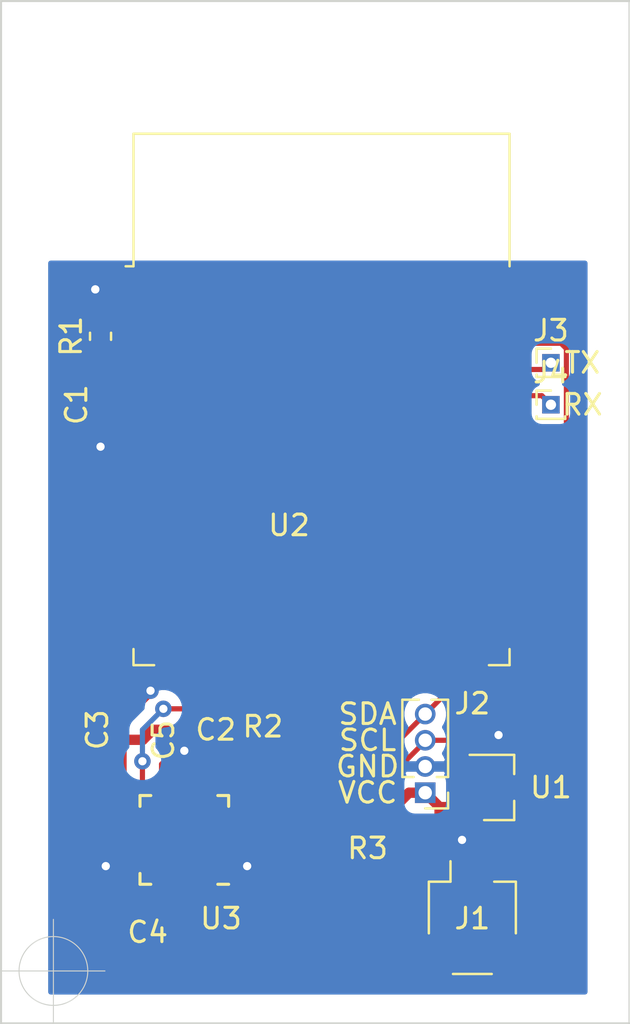
<source format=kicad_pcb>
(kicad_pcb (version 20171130) (host pcbnew "(5.1.5)-3")

  (general
    (thickness 1.6)
    (drawings 11)
    (tracks 133)
    (zones 0)
    (modules 15)
    (nets 13)
  )

  (page A4)
  (layers
    (0 F.Cu signal)
    (31 B.Cu signal)
    (32 B.Adhes user hide)
    (33 F.Adhes user hide)
    (34 B.Paste user)
    (35 F.Paste user)
    (36 B.SilkS user)
    (37 F.SilkS user)
    (38 B.Mask user)
    (39 F.Mask user)
    (40 Dwgs.User user)
    (41 Cmts.User user)
    (42 Eco1.User user hide)
    (43 Eco2.User user hide)
    (44 Edge.Cuts user)
    (45 Margin user)
    (46 B.CrtYd user)
    (47 F.CrtYd user)
    (48 B.Fab user)
    (49 F.Fab user hide)
  )

  (setup
    (last_trace_width 0.25)
    (user_trace_width 0.25)
    (user_trace_width 0.5)
    (trace_clearance 0.2)
    (zone_clearance 0.508)
    (zone_45_only no)
    (trace_min 0.2)
    (via_size 0.8)
    (via_drill 0.4)
    (via_min_size 0.4)
    (via_min_drill 0.3)
    (uvia_size 0.3)
    (uvia_drill 0.1)
    (uvias_allowed no)
    (uvia_min_size 0.2)
    (uvia_min_drill 0.1)
    (edge_width 0.05)
    (segment_width 0.2)
    (pcb_text_width 0.3)
    (pcb_text_size 1.5 1.5)
    (mod_edge_width 0.12)
    (mod_text_size 1 1)
    (mod_text_width 0.15)
    (pad_size 2 0.9)
    (pad_drill 0)
    (pad_to_mask_clearance 0.051)
    (solder_mask_min_width 0.25)
    (aux_axis_origin 0 0)
    (visible_elements 7FFFFFFF)
    (pcbplotparams
      (layerselection 0x010fc_ffffffff)
      (usegerberextensions false)
      (usegerberattributes false)
      (usegerberadvancedattributes false)
      (creategerberjobfile false)
      (excludeedgelayer true)
      (linewidth 0.100000)
      (plotframeref false)
      (viasonmask false)
      (mode 1)
      (useauxorigin false)
      (hpglpennumber 1)
      (hpglpenspeed 20)
      (hpglpendiameter 15.000000)
      (psnegative false)
      (psa4output false)
      (plotreference true)
      (plotvalue true)
      (plotinvisibletext false)
      (padsonsilk false)
      (subtractmaskfromsilk false)
      (outputformat 1)
      (mirror false)
      (drillshape 0)
      (scaleselection 1)
      (outputdirectory "./"))
  )

  (net 0 "")
  (net 1 GND)
  (net 2 +BATT)
  (net 3 "Net-(C1-Pad2)")
  (net 4 I2C-SCL)
  (net 5 I2C-SDA)
  (net 6 MPU-6050-INT)
  (net 7 VCC-3.3V)
  (net 8 "Net-(C2-Pad1)")
  (net 9 "Net-(C4-Pad1)")
  (net 10 "Net-(C5-Pad2)")
  (net 11 "Net-(J3-Pad1)")
  (net 12 "Net-(J4-Pad1)")

  (net_class Default "This is the default net class."
    (clearance 0.2)
    (trace_width 0.25)
    (via_dia 0.8)
    (via_drill 0.4)
    (uvia_dia 0.3)
    (uvia_drill 0.1)
    (add_net I2C-SCL)
    (add_net I2C-SDA)
    (add_net MPU-6050-INT)
    (add_net "Net-(C1-Pad2)")
    (add_net "Net-(C2-Pad1)")
    (add_net "Net-(C4-Pad1)")
    (add_net "Net-(C5-Pad2)")
    (add_net "Net-(J3-Pad1)")
    (add_net "Net-(J4-Pad1)")
  )

  (net_class Power ""
    (clearance 0.2)
    (trace_width 0.5)
    (via_dia 0.8)
    (via_drill 0.4)
    (uvia_dia 0.3)
    (uvia_drill 0.1)
    (add_net +BATT)
    (add_net GND)
    (add_net VCC-3.3V)
  )

  (module Connector_PinHeader_1.00mm:PinHeader_1x01_P1.00mm_Vertical (layer F.Cu) (tedit 59FED738) (tstamp 5EDAB22F)
    (at 91.44 61.468)
    (descr "Through hole straight pin header, 1x01, 1.00mm pitch, single row")
    (tags "Through hole pin header THT 1x01 1.00mm single row")
    (path /5EDD12E1)
    (fp_text reference J4 (at 0 -1.56) (layer F.SilkS)
      (effects (font (size 1 1) (thickness 0.15)))
    )
    (fp_text value Conn_01x01 (at 0 1.56) (layer F.Fab)
      (effects (font (size 1 1) (thickness 0.15)))
    )
    (fp_text user %R (at 0 0 90) (layer F.Fab)
      (effects (font (size 0.76 0.76) (thickness 0.114)))
    )
    (fp_line (start -0.3175 -0.5) (end 0.635 -0.5) (layer F.Fab) (width 0.1))
    (fp_line (start 0.635 -0.5) (end 0.635 0.5) (layer F.Fab) (width 0.1))
    (fp_line (start 0.635 0.5) (end -0.635 0.5) (layer F.Fab) (width 0.1))
    (fp_line (start -0.635 0.5) (end -0.635 -0.1825) (layer F.Fab) (width 0.1))
    (fp_line (start -0.635 -0.1825) (end -0.3175 -0.5) (layer F.Fab) (width 0.1))
    (fp_line (start -0.695 0.685) (end 0.695 0.685) (layer F.SilkS) (width 0.12))
    (fp_line (start -0.695 0.685) (end -0.695 0.56) (layer F.SilkS) (width 0.12))
    (fp_line (start 0.695 0.685) (end 0.695 0.56) (layer F.SilkS) (width 0.12))
    (fp_line (start -0.695 0.685) (end -0.608276 0.685) (layer F.SilkS) (width 0.12))
    (fp_line (start 0.608276 0.685) (end 0.695 0.685) (layer F.SilkS) (width 0.12))
    (fp_line (start -0.695 0) (end -0.695 -0.685) (layer F.SilkS) (width 0.12))
    (fp_line (start -0.695 -0.685) (end 0 -0.685) (layer F.SilkS) (width 0.12))
    (fp_line (start -1.15 -1) (end -1.15 1) (layer F.CrtYd) (width 0.05))
    (fp_line (start -1.15 1) (end 1.15 1) (layer F.CrtYd) (width 0.05))
    (fp_line (start 1.15 1) (end 1.15 -1) (layer F.CrtYd) (width 0.05))
    (fp_line (start 1.15 -1) (end -1.15 -1) (layer F.CrtYd) (width 0.05))
    (pad 1 thru_hole rect (at 0 0) (size 0.85 0.85) (drill 0.5) (layers *.Cu *.Mask)
      (net 12 "Net-(J4-Pad1)"))
    (model ${KISYS3DMOD}/Connector_PinHeader_1.00mm.3dshapes/PinHeader_1x01_P1.00mm_Vertical.wrl
      (at (xyz 0 0 0))
      (scale (xyz 1 1 1))
      (rotate (xyz 0 0 0))
    )
  )

  (module Connector_PinHeader_1.00mm:PinHeader_1x01_P1.00mm_Vertical (layer F.Cu) (tedit 59FED738) (tstamp 5EDAB219)
    (at 91.44 59.436)
    (descr "Through hole straight pin header, 1x01, 1.00mm pitch, single row")
    (tags "Through hole pin header THT 1x01 1.00mm single row")
    (path /5EDD0851)
    (fp_text reference J3 (at 0 -1.56) (layer F.SilkS)
      (effects (font (size 1 1) (thickness 0.15)))
    )
    (fp_text value Conn_01x01 (at 0 1.56) (layer F.Fab)
      (effects (font (size 1 1) (thickness 0.15)))
    )
    (fp_text user %R (at 0 0 90) (layer F.Fab)
      (effects (font (size 0.76 0.76) (thickness 0.114)))
    )
    (fp_line (start -0.3175 -0.5) (end 0.635 -0.5) (layer F.Fab) (width 0.1))
    (fp_line (start 0.635 -0.5) (end 0.635 0.5) (layer F.Fab) (width 0.1))
    (fp_line (start 0.635 0.5) (end -0.635 0.5) (layer F.Fab) (width 0.1))
    (fp_line (start -0.635 0.5) (end -0.635 -0.1825) (layer F.Fab) (width 0.1))
    (fp_line (start -0.635 -0.1825) (end -0.3175 -0.5) (layer F.Fab) (width 0.1))
    (fp_line (start -0.695 0.685) (end 0.695 0.685) (layer F.SilkS) (width 0.12))
    (fp_line (start -0.695 0.685) (end -0.695 0.56) (layer F.SilkS) (width 0.12))
    (fp_line (start 0.695 0.685) (end 0.695 0.56) (layer F.SilkS) (width 0.12))
    (fp_line (start -0.695 0.685) (end -0.608276 0.685) (layer F.SilkS) (width 0.12))
    (fp_line (start 0.608276 0.685) (end 0.695 0.685) (layer F.SilkS) (width 0.12))
    (fp_line (start -0.695 0) (end -0.695 -0.685) (layer F.SilkS) (width 0.12))
    (fp_line (start -0.695 -0.685) (end 0 -0.685) (layer F.SilkS) (width 0.12))
    (fp_line (start -1.15 -1) (end -1.15 1) (layer F.CrtYd) (width 0.05))
    (fp_line (start -1.15 1) (end 1.15 1) (layer F.CrtYd) (width 0.05))
    (fp_line (start 1.15 1) (end 1.15 -1) (layer F.CrtYd) (width 0.05))
    (fp_line (start 1.15 -1) (end -1.15 -1) (layer F.CrtYd) (width 0.05))
    (pad 1 thru_hole rect (at 0 0) (size 0.85 0.85) (drill 0.5) (layers *.Cu *.Mask)
      (net 11 "Net-(J3-Pad1)"))
    (model ${KISYS3DMOD}/Connector_PinHeader_1.00mm.3dshapes/PinHeader_1x01_P1.00mm_Vertical.wrl
      (at (xyz 0 0 0))
      (scale (xyz 1 1 1))
      (rotate (xyz 0 0 0))
    )
  )

  (module Resistor_SMD:R_0402_1005Metric (layer F.Cu) (tedit 5B301BBD) (tstamp 5EDA8F1C)
    (at 82.55 81.788 180)
    (descr "Resistor SMD 0402 (1005 Metric), square (rectangular) end terminal, IPC_7351 nominal, (Body size source: http://www.tortai-tech.com/upload/download/2011102023233369053.pdf), generated with kicad-footprint-generator")
    (tags resistor)
    (path /5EDBFD58)
    (attr smd)
    (fp_text reference R3 (at 0 -1.17) (layer F.SilkS)
      (effects (font (size 1 1) (thickness 0.15)))
    )
    (fp_text value 10k (at 0 1.17) (layer F.Fab)
      (effects (font (size 1 1) (thickness 0.15)))
    )
    (fp_text user %R (at 0 0) (layer F.Fab)
      (effects (font (size 0.25 0.25) (thickness 0.04)))
    )
    (fp_line (start -0.5 0.25) (end -0.5 -0.25) (layer F.Fab) (width 0.1))
    (fp_line (start -0.5 -0.25) (end 0.5 -0.25) (layer F.Fab) (width 0.1))
    (fp_line (start 0.5 -0.25) (end 0.5 0.25) (layer F.Fab) (width 0.1))
    (fp_line (start 0.5 0.25) (end -0.5 0.25) (layer F.Fab) (width 0.1))
    (fp_line (start -0.93 0.47) (end -0.93 -0.47) (layer F.CrtYd) (width 0.05))
    (fp_line (start -0.93 -0.47) (end 0.93 -0.47) (layer F.CrtYd) (width 0.05))
    (fp_line (start 0.93 -0.47) (end 0.93 0.47) (layer F.CrtYd) (width 0.05))
    (fp_line (start 0.93 0.47) (end -0.93 0.47) (layer F.CrtYd) (width 0.05))
    (pad 2 smd roundrect (at 0.485 0 180) (size 0.59 0.64) (layers F.Cu F.Paste F.Mask) (roundrect_rratio 0.25)
      (net 4 I2C-SCL))
    (pad 1 smd roundrect (at -0.485 0 180) (size 0.59 0.64) (layers F.Cu F.Paste F.Mask) (roundrect_rratio 0.25)
      (net 7 VCC-3.3V))
    (model ${KISYS3DMOD}/Resistor_SMD.3dshapes/R_0402_1005Metric.wrl
      (at (xyz 0 0 0))
      (scale (xyz 1 1 1))
      (rotate (xyz 0 0 0))
    )
  )

  (module Resistor_SMD:R_0402_1005Metric (layer F.Cu) (tedit 5B301BBD) (tstamp 5EDA8F0D)
    (at 77.47 78.232)
    (descr "Resistor SMD 0402 (1005 Metric), square (rectangular) end terminal, IPC_7351 nominal, (Body size source: http://www.tortai-tech.com/upload/download/2011102023233369053.pdf), generated with kicad-footprint-generator")
    (tags resistor)
    (path /5EDBF4B2)
    (attr smd)
    (fp_text reference R2 (at 0 -1.17) (layer F.SilkS)
      (effects (font (size 1 1) (thickness 0.15)))
    )
    (fp_text value 10k (at 0 1.17) (layer F.Fab)
      (effects (font (size 1 1) (thickness 0.15)))
    )
    (fp_text user %R (at 0 0) (layer F.Fab)
      (effects (font (size 0.25 0.25) (thickness 0.04)))
    )
    (fp_line (start -0.5 0.25) (end -0.5 -0.25) (layer F.Fab) (width 0.1))
    (fp_line (start -0.5 -0.25) (end 0.5 -0.25) (layer F.Fab) (width 0.1))
    (fp_line (start 0.5 -0.25) (end 0.5 0.25) (layer F.Fab) (width 0.1))
    (fp_line (start 0.5 0.25) (end -0.5 0.25) (layer F.Fab) (width 0.1))
    (fp_line (start -0.93 0.47) (end -0.93 -0.47) (layer F.CrtYd) (width 0.05))
    (fp_line (start -0.93 -0.47) (end 0.93 -0.47) (layer F.CrtYd) (width 0.05))
    (fp_line (start 0.93 -0.47) (end 0.93 0.47) (layer F.CrtYd) (width 0.05))
    (fp_line (start 0.93 0.47) (end -0.93 0.47) (layer F.CrtYd) (width 0.05))
    (pad 2 smd roundrect (at 0.485 0) (size 0.59 0.64) (layers F.Cu F.Paste F.Mask) (roundrect_rratio 0.25)
      (net 5 I2C-SDA))
    (pad 1 smd roundrect (at -0.485 0) (size 0.59 0.64) (layers F.Cu F.Paste F.Mask) (roundrect_rratio 0.25)
      (net 7 VCC-3.3V))
    (model ${KISYS3DMOD}/Resistor_SMD.3dshapes/R_0402_1005Metric.wrl
      (at (xyz 0 0 0))
      (scale (xyz 1 1 1))
      (rotate (xyz 0 0 0))
    )
  )

  (module Capacitor_SMD:C_0402_1005Metric (layer F.Cu) (tedit 5B301BBE) (tstamp 5EDA8733)
    (at 75.184 78.74 90)
    (descr "Capacitor SMD 0402 (1005 Metric), square (rectangular) end terminal, IPC_7351 nominal, (Body size source: http://www.tortai-tech.com/upload/download/2011102023233369053.pdf), generated with kicad-footprint-generator")
    (tags capacitor)
    (path /5EDBBAD5)
    (attr smd)
    (fp_text reference C2 (at 1.524 0 180) (layer F.SilkS)
      (effects (font (size 1 1) (thickness 0.15)))
    )
    (fp_text value 2.2nF (at 0 1.17 90) (layer F.Fab)
      (effects (font (size 1 1) (thickness 0.15)))
    )
    (fp_text user %R (at 0 0 90) (layer F.Fab)
      (effects (font (size 0.25 0.25) (thickness 0.04)))
    )
    (fp_line (start -0.5 0.25) (end -0.5 -0.25) (layer F.Fab) (width 0.1))
    (fp_line (start -0.5 -0.25) (end 0.5 -0.25) (layer F.Fab) (width 0.1))
    (fp_line (start 0.5 -0.25) (end 0.5 0.25) (layer F.Fab) (width 0.1))
    (fp_line (start 0.5 0.25) (end -0.5 0.25) (layer F.Fab) (width 0.1))
    (fp_line (start -0.93 0.47) (end -0.93 -0.47) (layer F.CrtYd) (width 0.05))
    (fp_line (start -0.93 -0.47) (end 0.93 -0.47) (layer F.CrtYd) (width 0.05))
    (fp_line (start 0.93 -0.47) (end 0.93 0.47) (layer F.CrtYd) (width 0.05))
    (fp_line (start 0.93 0.47) (end -0.93 0.47) (layer F.CrtYd) (width 0.05))
    (pad 2 smd roundrect (at 0.485 0 90) (size 0.59 0.64) (layers F.Cu F.Paste F.Mask) (roundrect_rratio 0.25)
      (net 7 VCC-3.3V))
    (pad 1 smd roundrect (at -0.485 0 90) (size 0.59 0.64) (layers F.Cu F.Paste F.Mask) (roundrect_rratio 0.25)
      (net 8 "Net-(C2-Pad1)"))
    (model ${KISYS3DMOD}/Capacitor_SMD.3dshapes/C_0402_1005Metric.wrl
      (at (xyz 0 0 0))
      (scale (xyz 1 1 1))
      (rotate (xyz 0 0 0))
    )
  )

  (module Capacitor_SMD:C_0402_1005Metric (layer F.Cu) (tedit 5B301BBE) (tstamp 5EDA7D31)
    (at 73.66 79.248 180)
    (descr "Capacitor SMD 0402 (1005 Metric), square (rectangular) end terminal, IPC_7351 nominal, (Body size source: http://www.tortai-tech.com/upload/download/2011102023233369053.pdf), generated with kicad-footprint-generator")
    (tags capacitor)
    (path /5EDAE547)
    (attr smd)
    (fp_text reference C5 (at 1.016 1.524 90) (layer F.SilkS)
      (effects (font (size 1 1) (thickness 0.15)))
    )
    (fp_text value 0.1uF (at 0 1.17) (layer F.Fab)
      (effects (font (size 1 1) (thickness 0.15)))
    )
    (fp_text user %R (at 0 0) (layer F.Fab)
      (effects (font (size 0.25 0.25) (thickness 0.04)))
    )
    (fp_line (start -0.5 0.25) (end -0.5 -0.25) (layer F.Fab) (width 0.1))
    (fp_line (start -0.5 -0.25) (end 0.5 -0.25) (layer F.Fab) (width 0.1))
    (fp_line (start 0.5 -0.25) (end 0.5 0.25) (layer F.Fab) (width 0.1))
    (fp_line (start 0.5 0.25) (end -0.5 0.25) (layer F.Fab) (width 0.1))
    (fp_line (start -0.93 0.47) (end -0.93 -0.47) (layer F.CrtYd) (width 0.05))
    (fp_line (start -0.93 -0.47) (end 0.93 -0.47) (layer F.CrtYd) (width 0.05))
    (fp_line (start 0.93 -0.47) (end 0.93 0.47) (layer F.CrtYd) (width 0.05))
    (fp_line (start 0.93 0.47) (end -0.93 0.47) (layer F.CrtYd) (width 0.05))
    (pad 2 smd roundrect (at 0.485 0 180) (size 0.59 0.64) (layers F.Cu F.Paste F.Mask) (roundrect_rratio 0.25)
      (net 10 "Net-(C5-Pad2)"))
    (pad 1 smd roundrect (at -0.485 0 180) (size 0.59 0.64) (layers F.Cu F.Paste F.Mask) (roundrect_rratio 0.25)
      (net 1 GND))
    (model ${KISYS3DMOD}/Capacitor_SMD.3dshapes/C_0402_1005Metric.wrl
      (at (xyz 0 0 0))
      (scale (xyz 1 1 1))
      (rotate (xyz 0 0 0))
    )
  )

  (module Capacitor_SMD:C_0402_1005Metric (layer F.Cu) (tedit 5B301BBE) (tstamp 5EDA78A5)
    (at 71.882 85.852 180)
    (descr "Capacitor SMD 0402 (1005 Metric), square (rectangular) end terminal, IPC_7351 nominal, (Body size source: http://www.tortai-tech.com/upload/download/2011102023233369053.pdf), generated with kicad-footprint-generator")
    (tags capacitor)
    (path /5EDB1937)
    (attr smd)
    (fp_text reference C4 (at 0 -1.17) (layer F.SilkS)
      (effects (font (size 1 1) (thickness 0.15)))
    )
    (fp_text value 2.3nF (at 0 1.17) (layer F.Fab)
      (effects (font (size 1 1) (thickness 0.15)))
    )
    (fp_text user %R (at 0 0) (layer F.Fab)
      (effects (font (size 0.25 0.25) (thickness 0.04)))
    )
    (fp_line (start -0.5 0.25) (end -0.5 -0.25) (layer F.Fab) (width 0.1))
    (fp_line (start -0.5 -0.25) (end 0.5 -0.25) (layer F.Fab) (width 0.1))
    (fp_line (start 0.5 -0.25) (end 0.5 0.25) (layer F.Fab) (width 0.1))
    (fp_line (start 0.5 0.25) (end -0.5 0.25) (layer F.Fab) (width 0.1))
    (fp_line (start -0.93 0.47) (end -0.93 -0.47) (layer F.CrtYd) (width 0.05))
    (fp_line (start -0.93 -0.47) (end 0.93 -0.47) (layer F.CrtYd) (width 0.05))
    (fp_line (start 0.93 -0.47) (end 0.93 0.47) (layer F.CrtYd) (width 0.05))
    (fp_line (start 0.93 0.47) (end -0.93 0.47) (layer F.CrtYd) (width 0.05))
    (pad 2 smd roundrect (at 0.485 0 180) (size 0.59 0.64) (layers F.Cu F.Paste F.Mask) (roundrect_rratio 0.25)
      (net 1 GND))
    (pad 1 smd roundrect (at -0.485 0 180) (size 0.59 0.64) (layers F.Cu F.Paste F.Mask) (roundrect_rratio 0.25)
      (net 9 "Net-(C4-Pad1)"))
    (model ${KISYS3DMOD}/Capacitor_SMD.3dshapes/C_0402_1005Metric.wrl
      (at (xyz 0 0 0))
      (scale (xyz 1 1 1))
      (rotate (xyz 0 0 0))
    )
  )

  (module Connector_PinHeader_1.27mm:PinHeader_1x04_P1.27mm_Vertical (layer F.Cu) (tedit 59FED6E3) (tstamp 5EDA1B06)
    (at 85.344 80.264 180)
    (descr "Through hole straight pin header, 1x04, 1.27mm pitch, single row")
    (tags "Through hole pin header THT 1x04 1.27mm single row")
    (path /5EDA2E9B)
    (fp_text reference J2 (at -2.286 4.318) (layer F.SilkS)
      (effects (font (size 1 1) (thickness 0.15)))
    )
    (fp_text value Conn_01x04 (at 0 5.505) (layer F.Fab)
      (effects (font (size 1 1) (thickness 0.15)))
    )
    (fp_text user %R (at 0 1.905 90) (layer F.Fab)
      (effects (font (size 1 1) (thickness 0.15)))
    )
    (fp_line (start -0.525 -0.635) (end 1.05 -0.635) (layer F.Fab) (width 0.1))
    (fp_line (start 1.05 -0.635) (end 1.05 4.445) (layer F.Fab) (width 0.1))
    (fp_line (start 1.05 4.445) (end -1.05 4.445) (layer F.Fab) (width 0.1))
    (fp_line (start -1.05 4.445) (end -1.05 -0.11) (layer F.Fab) (width 0.1))
    (fp_line (start -1.05 -0.11) (end -0.525 -0.635) (layer F.Fab) (width 0.1))
    (fp_line (start -1.11 4.505) (end -0.30753 4.505) (layer F.SilkS) (width 0.12))
    (fp_line (start 0.30753 4.505) (end 1.11 4.505) (layer F.SilkS) (width 0.12))
    (fp_line (start -1.11 0.76) (end -1.11 4.505) (layer F.SilkS) (width 0.12))
    (fp_line (start 1.11 0.76) (end 1.11 4.505) (layer F.SilkS) (width 0.12))
    (fp_line (start -1.11 0.76) (end -0.563471 0.76) (layer F.SilkS) (width 0.12))
    (fp_line (start 0.563471 0.76) (end 1.11 0.76) (layer F.SilkS) (width 0.12))
    (fp_line (start -1.11 0) (end -1.11 -0.76) (layer F.SilkS) (width 0.12))
    (fp_line (start -1.11 -0.76) (end 0 -0.76) (layer F.SilkS) (width 0.12))
    (fp_line (start -1.55 -1.15) (end -1.55 4.95) (layer F.CrtYd) (width 0.05))
    (fp_line (start -1.55 4.95) (end 1.55 4.95) (layer F.CrtYd) (width 0.05))
    (fp_line (start 1.55 4.95) (end 1.55 -1.15) (layer F.CrtYd) (width 0.05))
    (fp_line (start 1.55 -1.15) (end -1.55 -1.15) (layer F.CrtYd) (width 0.05))
    (pad 4 thru_hole oval (at 0 3.81 180) (size 1 1) (drill 0.65) (layers *.Cu *.Mask)
      (net 5 I2C-SDA))
    (pad 3 thru_hole oval (at 0 2.54 180) (size 1 1) (drill 0.65) (layers *.Cu *.Mask)
      (net 4 I2C-SCL))
    (pad 2 thru_hole oval (at 0 1.27 180) (size 1 1) (drill 0.65) (layers *.Cu *.Mask)
      (net 1 GND))
    (pad 1 thru_hole rect (at 0 0 180) (size 1 1) (drill 0.65) (layers *.Cu *.Mask)
      (net 7 VCC-3.3V))
    (model ${KISYS3DMOD}/Connector_PinHeader_1.27mm.3dshapes/PinHeader_1x04_P1.27mm_Vertical.wrl
      (at (xyz 0 0 0))
      (scale (xyz 1 1 1))
      (rotate (xyz 0 0 0))
    )
  )

  (module Resistor_SMD:R_0603_1608Metric_Pad1.05x0.95mm_HandSolder (layer F.Cu) (tedit 5B301BBD) (tstamp 5ED8F79F)
    (at 69.596 58.152 90)
    (descr "Resistor SMD 0603 (1608 Metric), square (rectangular) end terminal, IPC_7351 nominal with elongated pad for handsoldering. (Body size source: http://www.tortai-tech.com/upload/download/2011102023233369053.pdf), generated with kicad-footprint-generator")
    (tags "resistor handsolder")
    (path /5ED90842)
    (attr smd)
    (fp_text reference R1 (at 0 -1.43 90) (layer F.SilkS)
      (effects (font (size 1 1) (thickness 0.15)))
    )
    (fp_text value 10k (at 0.113 1.27 90) (layer F.Fab)
      (effects (font (size 1 1) (thickness 0.15)))
    )
    (fp_line (start -0.8 0.4) (end -0.8 -0.4) (layer F.Fab) (width 0.1))
    (fp_line (start -0.8 -0.4) (end 0.8 -0.4) (layer F.Fab) (width 0.1))
    (fp_line (start 0.8 -0.4) (end 0.8 0.4) (layer F.Fab) (width 0.1))
    (fp_line (start 0.8 0.4) (end -0.8 0.4) (layer F.Fab) (width 0.1))
    (fp_line (start -0.171267 -0.51) (end 0.171267 -0.51) (layer F.SilkS) (width 0.12))
    (fp_line (start -0.171267 0.51) (end 0.171267 0.51) (layer F.SilkS) (width 0.12))
    (fp_line (start -1.65 0.73) (end -1.65 -0.73) (layer F.CrtYd) (width 0.05))
    (fp_line (start -1.65 -0.73) (end 1.65 -0.73) (layer F.CrtYd) (width 0.05))
    (fp_line (start 1.65 -0.73) (end 1.65 0.73) (layer F.CrtYd) (width 0.05))
    (fp_line (start 1.65 0.73) (end -1.65 0.73) (layer F.CrtYd) (width 0.05))
    (fp_text user %R (at 0 0) (layer F.Fab)
      (effects (font (size 0.4 0.4) (thickness 0.06)))
    )
    (pad 2 smd roundrect (at 0.875 0 90) (size 1.05 0.95) (layers F.Cu F.Paste F.Mask) (roundrect_rratio 0.25)
      (net 7 VCC-3.3V))
    (pad 1 smd roundrect (at -0.875 0 90) (size 1.05 0.95) (layers F.Cu F.Paste F.Mask) (roundrect_rratio 0.25)
      (net 3 "Net-(C1-Pad2)"))
    (model ${KISYS3DMOD}/Resistor_SMD.3dshapes/R_0603_1608Metric.wrl
      (at (xyz 0 0 0))
      (scale (xyz 1 1 1))
      (rotate (xyz 0 0 0))
    )
  )

  (module Capacitor_SMD:C_0402_1005Metric (layer F.Cu) (tedit 5B301BBE) (tstamp 5ED8F742)
    (at 69.596 61.468 90)
    (descr "Capacitor SMD 0402 (1005 Metric), square (rectangular) end terminal, IPC_7351 nominal, (Body size source: http://www.tortai-tech.com/upload/download/2011102023233369053.pdf), generated with kicad-footprint-generator")
    (tags capacitor)
    (path /5ED8F6BF)
    (attr smd)
    (fp_text reference C1 (at 0 -1.17 90) (layer F.SilkS)
      (effects (font (size 1 1) (thickness 0.15)))
    )
    (fp_text value 0.1uF (at -1.524 0.889 90) (layer F.Fab)
      (effects (font (size 1 1) (thickness 0.15)))
    )
    (fp_line (start -0.5 0.25) (end -0.5 -0.25) (layer F.Fab) (width 0.1))
    (fp_line (start -0.5 -0.25) (end 0.5 -0.25) (layer F.Fab) (width 0.1))
    (fp_line (start 0.5 -0.25) (end 0.5 0.25) (layer F.Fab) (width 0.1))
    (fp_line (start 0.5 0.25) (end -0.5 0.25) (layer F.Fab) (width 0.1))
    (fp_line (start -0.93 0.47) (end -0.93 -0.47) (layer F.CrtYd) (width 0.05))
    (fp_line (start -0.93 -0.47) (end 0.93 -0.47) (layer F.CrtYd) (width 0.05))
    (fp_line (start 0.93 -0.47) (end 0.93 0.47) (layer F.CrtYd) (width 0.05))
    (fp_line (start 0.93 0.47) (end -0.93 0.47) (layer F.CrtYd) (width 0.05))
    (fp_text user %R (at 0 0 90) (layer F.Fab)
      (effects (font (size 0.25 0.25) (thickness 0.04)))
    )
    (pad 2 smd roundrect (at 0.485 0 90) (size 0.59 0.64) (layers F.Cu F.Paste F.Mask) (roundrect_rratio 0.25)
      (net 3 "Net-(C1-Pad2)"))
    (pad 1 smd roundrect (at -0.485 0 90) (size 0.59 0.64) (layers F.Cu F.Paste F.Mask) (roundrect_rratio 0.25)
      (net 1 GND))
    (model ${KISYS3DMOD}/Capacitor_SMD.3dshapes/C_0402_1005Metric.wrl
      (at (xyz 0 0 0))
      (scale (xyz 1 1 1))
      (rotate (xyz 0 0 0))
    )
  )

  (module Capacitor_SMD:C_0402_1005Metric (layer F.Cu) (tedit 5B301BBE) (tstamp 5ED91D29)
    (at 70.612 77.216 90)
    (descr "Capacitor SMD 0402 (1005 Metric), square (rectangular) end terminal, IPC_7351 nominal, (Body size source: http://www.tortai-tech.com/upload/download/2011102023233369053.pdf), generated with kicad-footprint-generator")
    (tags capacitor)
    (path /5ED353EB)
    (attr smd)
    (fp_text reference C3 (at 0 -1.17 90) (layer F.SilkS)
      (effects (font (size 1 1) (thickness 0.15)))
    )
    (fp_text value 0.1uF (at 0 1.17 90) (layer F.Fab)
      (effects (font (size 1 1) (thickness 0.15)))
    )
    (fp_line (start 0.93 0.47) (end -0.93 0.47) (layer F.CrtYd) (width 0.05))
    (fp_line (start 0.93 -0.47) (end 0.93 0.47) (layer F.CrtYd) (width 0.05))
    (fp_line (start -0.93 -0.47) (end 0.93 -0.47) (layer F.CrtYd) (width 0.05))
    (fp_line (start -0.93 0.47) (end -0.93 -0.47) (layer F.CrtYd) (width 0.05))
    (fp_line (start 0.5 0.25) (end -0.5 0.25) (layer F.Fab) (width 0.1))
    (fp_line (start 0.5 -0.25) (end 0.5 0.25) (layer F.Fab) (width 0.1))
    (fp_line (start -0.5 -0.25) (end 0.5 -0.25) (layer F.Fab) (width 0.1))
    (fp_line (start -0.5 0.25) (end -0.5 -0.25) (layer F.Fab) (width 0.1))
    (fp_text user %R (at 0 0 90) (layer F.Fab)
      (effects (font (size 0.25 0.25) (thickness 0.04)))
    )
    (pad 2 smd roundrect (at 0.485 0 90) (size 0.59 0.64) (layers F.Cu F.Paste F.Mask) (roundrect_rratio 0.25)
      (net 1 GND))
    (pad 1 smd roundrect (at -0.485 0 90) (size 0.59 0.64) (layers F.Cu F.Paste F.Mask) (roundrect_rratio 0.25)
      (net 7 VCC-3.3V))
    (model ${KISYS3DMOD}/Capacitor_SMD.3dshapes/C_0402_1005Metric.wrl
      (at (xyz 0 0 0))
      (scale (xyz 1 1 1))
      (rotate (xyz 0 0 0))
    )
  )

  (module Sensor_Motion:InvenSense_QFN-24_4x4mm_P0.5mm (layer F.Cu) (tedit 5B5A6D8E) (tstamp 5ED2D95D)
    (at 73.66 82.55 180)
    (descr "24-Lead Plastic QFN (4mm x 4mm); Pitch 0.5mm; EP 2.7x2.6mm; for InvenSense motion sensors; keepout area marked (Package see: https://store.invensense.com/datasheets/invensense/MPU-6050_DataSheet_V3%204.pdf; See also https://www.invensense.com/wp-content/uploads/2015/02/InvenSense-MEMS-Handling.pdf)")
    (tags "QFN 0.5")
    (path /5ED2C978)
    (attr smd)
    (fp_text reference U3 (at -1.778 -3.81) (layer F.SilkS)
      (effects (font (size 1 1) (thickness 0.15)))
    )
    (fp_text value MPU-6050 (at -0.254 -4.318) (layer F.Fab)
      (effects (font (size 1 1) (thickness 0.15)))
    )
    (fp_line (start -0.975 -1.325) (end -1.375 -0.925) (layer Dwgs.User) (width 0.05))
    (fp_line (start -0.475 -1.325) (end -1.375 -0.425) (layer Dwgs.User) (width 0.05))
    (fp_line (start 0.025 -1.325) (end -1.375 0.075) (layer Dwgs.User) (width 0.05))
    (fp_line (start 0.525 -1.325) (end -1.375 0.575) (layer Dwgs.User) (width 0.05))
    (fp_line (start 1.025 -1.325) (end -1.375 1.075) (layer Dwgs.User) (width 0.05))
    (fp_line (start 1.375 -1.175) (end -1.125 1.325) (layer Dwgs.User) (width 0.05))
    (fp_line (start 1.375 -0.675) (end -0.625 1.325) (layer Dwgs.User) (width 0.05))
    (fp_line (start 1.375 -0.175) (end -0.125 1.325) (layer Dwgs.User) (width 0.05))
    (fp_line (start 1.375 0.325) (end 0.375 1.325) (layer Dwgs.User) (width 0.05))
    (fp_line (start 1.375 0.825) (end 0.875 1.325) (layer Dwgs.User) (width 0.05))
    (fp_line (start 1.375 1.325) (end -1.375 1.325) (layer Dwgs.User) (width 0.05))
    (fp_line (start 1.375 -1.325) (end -1.375 -1.325) (layer Dwgs.User) (width 0.05))
    (fp_line (start -1.375 1.325) (end -1.375 -1.325) (layer Dwgs.User) (width 0.05))
    (fp_line (start 1.375 1.325) (end 1.375 -1.325) (layer Dwgs.User) (width 0.05))
    (fp_line (start 2.15 -2.15) (end 1.625 -2.15) (layer F.SilkS) (width 0.15))
    (fp_line (start 2.15 2.15) (end 1.625 2.15) (layer F.SilkS) (width 0.15))
    (fp_line (start -2.15 2.15) (end -1.625 2.15) (layer F.SilkS) (width 0.15))
    (fp_line (start -2.15 -2.15) (end -1.625 -2.15) (layer F.SilkS) (width 0.15))
    (fp_line (start 2.15 2.15) (end 2.15 1.625) (layer F.SilkS) (width 0.15))
    (fp_line (start -2.15 2.15) (end -2.15 1.625) (layer F.SilkS) (width 0.15))
    (fp_line (start 2.15 -2.15) (end 2.15 -1.625) (layer F.SilkS) (width 0.15))
    (fp_line (start -2.65 2.65) (end 2.65 2.65) (layer F.CrtYd) (width 0.05))
    (fp_line (start -2.65 -2.65) (end 2.65 -2.65) (layer F.CrtYd) (width 0.05))
    (fp_line (start 2.65 -2.65) (end 2.65 2.65) (layer F.CrtYd) (width 0.05))
    (fp_line (start -2.65 -2.65) (end -2.65 2.65) (layer F.CrtYd) (width 0.05))
    (fp_line (start -2 -1) (end -1 -2) (layer F.Fab) (width 0.15))
    (fp_line (start -2 2) (end -2 -1) (layer F.Fab) (width 0.15))
    (fp_line (start 2 2) (end -2 2) (layer F.Fab) (width 0.15))
    (fp_line (start 2 -2) (end 2 2) (layer F.Fab) (width 0.15))
    (fp_line (start -1 -2) (end 2 -2) (layer F.Fab) (width 0.15))
    (fp_text user Component (at 0 0.55) (layer Cmts.User)
      (effects (font (size 0.2 0.2) (thickness 0.04)))
    )
    (fp_text user "Directly Below" (at 0 0.25) (layer Cmts.User)
      (effects (font (size 0.2 0.2) (thickness 0.04)))
    )
    (fp_text user "No Copper" (at 0 -0.1) (layer Cmts.User)
      (effects (font (size 0.2 0.2) (thickness 0.04)))
    )
    (fp_text user KEEPOUT (at 0 -0.5) (layer Cmts.User)
      (effects (font (size 0.2 0.2) (thickness 0.04)))
    )
    (fp_text user %R (at 0 0) (layer F.Fab)
      (effects (font (size 1 1) (thickness 0.15)))
    )
    (pad 24 smd roundrect (at -1.25 -1.95 270) (size 0.85 0.3) (layers F.Cu F.Paste F.Mask) (roundrect_rratio 0.25)
      (net 5 I2C-SDA))
    (pad 23 smd roundrect (at -0.75 -1.95 270) (size 0.85 0.3) (layers F.Cu F.Paste F.Mask) (roundrect_rratio 0.25)
      (net 4 I2C-SCL))
    (pad 22 smd roundrect (at -0.25 -1.95 270) (size 0.85 0.3) (layers F.Cu F.Paste F.Mask) (roundrect_rratio 0.25))
    (pad 21 smd roundrect (at 0.25 -1.95 270) (size 0.85 0.3) (layers F.Cu F.Paste F.Mask) (roundrect_rratio 0.25))
    (pad 20 smd roundrect (at 0.75 -1.95 270) (size 0.85 0.3) (layers F.Cu F.Paste F.Mask) (roundrect_rratio 0.25)
      (net 9 "Net-(C4-Pad1)"))
    (pad 19 smd roundrect (at 1.25 -1.95 270) (size 0.85 0.3) (layers F.Cu F.Paste F.Mask) (roundrect_rratio 0.25))
    (pad 18 smd roundrect (at 1.95 -1.25 180) (size 0.85 0.3) (layers F.Cu F.Paste F.Mask) (roundrect_rratio 0.25)
      (net 1 GND))
    (pad 17 smd roundrect (at 1.95 -0.75 180) (size 0.85 0.3) (layers F.Cu F.Paste F.Mask) (roundrect_rratio 0.25))
    (pad 16 smd roundrect (at 1.95 -0.25 180) (size 0.85 0.3) (layers F.Cu F.Paste F.Mask) (roundrect_rratio 0.25))
    (pad 15 smd roundrect (at 1.95 0.25 180) (size 0.85 0.3) (layers F.Cu F.Paste F.Mask) (roundrect_rratio 0.25))
    (pad 14 smd roundrect (at 1.95 0.75 180) (size 0.85 0.3) (layers F.Cu F.Paste F.Mask) (roundrect_rratio 0.25))
    (pad 13 smd roundrect (at 1.95 1.25 180) (size 0.85 0.3) (layers F.Cu F.Paste F.Mask) (roundrect_rratio 0.25)
      (net 7 VCC-3.3V))
    (pad 12 smd roundrect (at 1.25 1.95 270) (size 0.85 0.3) (layers F.Cu F.Paste F.Mask) (roundrect_rratio 0.25)
      (net 6 MPU-6050-INT))
    (pad 11 smd roundrect (at 0.75 1.95 270) (size 0.85 0.3) (layers F.Cu F.Paste F.Mask) (roundrect_rratio 0.25)
      (net 1 GND))
    (pad 10 smd roundrect (at 0.25 1.95 270) (size 0.85 0.3) (layers F.Cu F.Paste F.Mask) (roundrect_rratio 0.25)
      (net 10 "Net-(C5-Pad2)"))
    (pad 9 smd roundrect (at -0.25 1.95 270) (size 0.85 0.3) (layers F.Cu F.Paste F.Mask) (roundrect_rratio 0.25)
      (net 1 GND))
    (pad 8 smd roundrect (at -0.75 1.95 270) (size 0.85 0.3) (layers F.Cu F.Paste F.Mask) (roundrect_rratio 0.25)
      (net 8 "Net-(C2-Pad1)"))
    (pad 7 smd roundrect (at -1.25 1.95 270) (size 0.85 0.3) (layers F.Cu F.Paste F.Mask) (roundrect_rratio 0.25))
    (pad 6 smd roundrect (at -1.95 1.25 180) (size 0.85 0.3) (layers F.Cu F.Paste F.Mask) (roundrect_rratio 0.25))
    (pad 5 smd roundrect (at -1.95 0.75 180) (size 0.85 0.3) (layers F.Cu F.Paste F.Mask) (roundrect_rratio 0.25))
    (pad 4 smd roundrect (at -1.95 0.25 180) (size 0.85 0.3) (layers F.Cu F.Paste F.Mask) (roundrect_rratio 0.25))
    (pad 3 smd roundrect (at -1.95 -0.25 180) (size 0.85 0.3) (layers F.Cu F.Paste F.Mask) (roundrect_rratio 0.25))
    (pad 2 smd roundrect (at -1.95 -0.75 180) (size 0.85 0.3) (layers F.Cu F.Paste F.Mask) (roundrect_rratio 0.25))
    (pad 1 smd roundrect (at -1.95 -1.25 180) (size 0.85 0.3) (layers F.Cu F.Paste F.Mask) (roundrect_rratio 0.25)
      (net 1 GND))
    (model ${KISYS3DMOD}/Package_DFN_QFN.3dshapes/QFN-24-1EP_4x4mm_P0.5mm_EP2.7x2.6mm.wrl
      (at (xyz 0 0 0))
      (scale (xyz 1 1 1))
      (rotate (xyz 0 0 0))
    )
  )

  (module RF_Module:ESP32-WROOM-32 (layer F.Cu) (tedit 5EDA8B92) (tstamp 5ED2D91E)
    (at 80.315001 64.205001)
    (descr "Single 2.4 GHz Wi-Fi and Bluetooth combo chip https://www.espressif.com/sites/default/files/documentation/esp32-wroom-32_datasheet_en.pdf")
    (tags "Single 2.4 GHz Wi-Fi and Bluetooth combo  chip")
    (path /5ED2796E)
    (attr smd)
    (fp_text reference U2 (at -1.575001 3.104999) (layer F.SilkS)
      (effects (font (size 1 1) (thickness 0.15)))
    )
    (fp_text value ESP32-WROOM-32 (at 0 -4.515001) (layer F.Fab)
      (effects (font (size 1 1) (thickness 0.15)))
    )
    (fp_line (start -9.12 -9.445) (end -9.5 -9.445) (layer F.SilkS) (width 0.12))
    (fp_line (start -9.12 -15.865) (end -9.12 -9.445) (layer F.SilkS) (width 0.12))
    (fp_line (start 9.12 -15.865) (end 9.12 -9.445) (layer F.SilkS) (width 0.12))
    (fp_line (start -9.12 -15.865) (end 9.12 -15.865) (layer F.SilkS) (width 0.12))
    (fp_line (start 9.12 9.88) (end 8.12 9.88) (layer F.SilkS) (width 0.12))
    (fp_line (start 9.12 9.1) (end 9.12 9.88) (layer F.SilkS) (width 0.12))
    (fp_line (start -9.12 9.88) (end -8.12 9.88) (layer F.SilkS) (width 0.12))
    (fp_line (start -9.12 9.1) (end -9.12 9.88) (layer F.SilkS) (width 0.12))
    (fp_line (start 8.4 -20.6) (end 8.2 -20.4) (layer Cmts.User) (width 0.1))
    (fp_line (start 8.4 -16) (end 8.4 -20.6) (layer Cmts.User) (width 0.1))
    (fp_line (start 8.4 -20.6) (end 8.6 -20.4) (layer Cmts.User) (width 0.1))
    (fp_line (start 8.4 -16) (end 8.6 -16.2) (layer Cmts.User) (width 0.1))
    (fp_line (start 8.4 -16) (end 8.2 -16.2) (layer Cmts.User) (width 0.1))
    (fp_line (start -9.2 -13.875) (end -9.4 -14.075) (layer Cmts.User) (width 0.1))
    (fp_line (start -13.8 -13.875) (end -9.2 -13.875) (layer Cmts.User) (width 0.1))
    (fp_line (start -9.2 -13.875) (end -9.4 -13.675) (layer Cmts.User) (width 0.1))
    (fp_line (start -13.8 -13.875) (end -13.6 -13.675) (layer Cmts.User) (width 0.1))
    (fp_line (start -13.8 -13.875) (end -13.6 -14.075) (layer Cmts.User) (width 0.1))
    (fp_line (start 9.2 -13.875) (end 9.4 -13.675) (layer Cmts.User) (width 0.1))
    (fp_line (start 9.2 -13.875) (end 9.4 -14.075) (layer Cmts.User) (width 0.1))
    (fp_line (start 13.8 -13.875) (end 13.6 -13.675) (layer Cmts.User) (width 0.1))
    (fp_line (start 13.8 -13.875) (end 13.6 -14.075) (layer Cmts.User) (width 0.1))
    (fp_line (start 9.2 -13.875) (end 13.8 -13.875) (layer Cmts.User) (width 0.1))
    (fp_line (start 14 -11.585) (end 12 -9.97) (layer Dwgs.User) (width 0.1))
    (fp_line (start 14 -13.2) (end 10 -9.97) (layer Dwgs.User) (width 0.1))
    (fp_line (start 14 -14.815) (end 8 -9.97) (layer Dwgs.User) (width 0.1))
    (fp_line (start 14 -16.43) (end 6 -9.97) (layer Dwgs.User) (width 0.1))
    (fp_line (start 14 -18.045) (end 4 -9.97) (layer Dwgs.User) (width 0.1))
    (fp_line (start 14 -19.66) (end 2 -9.97) (layer Dwgs.User) (width 0.1))
    (fp_line (start 13.475 -20.75) (end 0 -9.97) (layer Dwgs.User) (width 0.1))
    (fp_line (start 11.475 -20.75) (end -2 -9.97) (layer Dwgs.User) (width 0.1))
    (fp_line (start 9.475 -20.75) (end -4 -9.97) (layer Dwgs.User) (width 0.1))
    (fp_line (start 7.475 -20.75) (end -6 -9.97) (layer Dwgs.User) (width 0.1))
    (fp_line (start -8 -9.97) (end 5.475 -20.75) (layer Dwgs.User) (width 0.1))
    (fp_line (start 3.475 -20.75) (end -10 -9.97) (layer Dwgs.User) (width 0.1))
    (fp_line (start 1.475 -20.75) (end -12 -9.97) (layer Dwgs.User) (width 0.1))
    (fp_line (start -0.525 -20.75) (end -14 -9.97) (layer Dwgs.User) (width 0.1))
    (fp_line (start -2.525 -20.75) (end -14 -11.585) (layer Dwgs.User) (width 0.1))
    (fp_line (start -4.525 -20.75) (end -14 -13.2) (layer Dwgs.User) (width 0.1))
    (fp_line (start -6.525 -20.75) (end -14 -14.815) (layer Dwgs.User) (width 0.1))
    (fp_line (start -8.525 -20.75) (end -14 -16.43) (layer Dwgs.User) (width 0.1))
    (fp_line (start -10.525 -20.75) (end -14 -18.045) (layer Dwgs.User) (width 0.1))
    (fp_line (start -12.525 -20.75) (end -14 -19.66) (layer Dwgs.User) (width 0.1))
    (fp_line (start 9.75 -9.72) (end 14.25 -9.72) (layer F.CrtYd) (width 0.05))
    (fp_line (start -14.25 -9.72) (end -9.75 -9.72) (layer F.CrtYd) (width 0.05))
    (fp_line (start 14.25 -21) (end 14.25 -9.72) (layer F.CrtYd) (width 0.05))
    (fp_line (start -14.25 -21) (end -14.25 -9.72) (layer F.CrtYd) (width 0.05))
    (fp_line (start 14 -20.75) (end -14 -20.75) (layer Dwgs.User) (width 0.1))
    (fp_line (start 14 -9.97) (end 14 -20.75) (layer Dwgs.User) (width 0.1))
    (fp_line (start 14 -9.97) (end -14 -9.97) (layer Dwgs.User) (width 0.1))
    (fp_line (start -9 -9.02) (end -8.5 -9.52) (layer F.Fab) (width 0.1))
    (fp_line (start -8.5 -9.52) (end -9 -10.02) (layer F.Fab) (width 0.1))
    (fp_line (start -9 -9.02) (end -9 9.76) (layer F.Fab) (width 0.1))
    (fp_line (start -14.25 -21) (end 14.25 -21) (layer F.CrtYd) (width 0.05))
    (fp_line (start 9.75 -9.72) (end 9.75 10.5) (layer F.CrtYd) (width 0.05))
    (fp_line (start -9.75 10.5) (end 9.75 10.5) (layer F.CrtYd) (width 0.05))
    (fp_line (start -9.75 10.5) (end -9.75 -9.72) (layer F.CrtYd) (width 0.05))
    (fp_line (start -9 -15.745) (end 9 -15.745) (layer F.Fab) (width 0.1))
    (fp_line (start -9 -15.745) (end -9 -10.02) (layer F.Fab) (width 0.1))
    (fp_line (start -9 9.76) (end 9 9.76) (layer F.Fab) (width 0.1))
    (fp_line (start 9 9.76) (end 9 -15.745) (layer F.Fab) (width 0.1))
    (fp_line (start -14 -9.97) (end -14 -20.75) (layer Dwgs.User) (width 0.1))
    (fp_text user "5 mm" (at 7.8 -19.075 90) (layer Cmts.User)
      (effects (font (size 0.5 0.5) (thickness 0.1)))
    )
    (fp_text user "5 mm" (at -11.2 -14.375) (layer Cmts.User)
      (effects (font (size 0.5 0.5) (thickness 0.1)))
    )
    (fp_text user "5 mm" (at 11.8 -14.375) (layer Cmts.User)
      (effects (font (size 0.5 0.5) (thickness 0.1)))
    )
    (fp_text user Antenna (at 0 -13) (layer Cmts.User)
      (effects (font (size 1 1) (thickness 0.15)))
    )
    (fp_text user "KEEP-OUT ZONE" (at 0 -19) (layer Cmts.User)
      (effects (font (size 1 1) (thickness 0.15)))
    )
    (fp_text user %R (at 0 0) (layer F.Fab)
      (effects (font (size 1 1) (thickness 0.15)))
    )
    (pad 38 smd rect (at 8.5 -8.255) (size 2 0.9) (layers F.Cu F.Paste F.Mask)
      (net 1 GND))
    (pad 37 smd rect (at 8.5 -6.985) (size 2 0.9) (layers F.Cu F.Paste F.Mask))
    (pad 36 smd rect (at 8.5 -5.715) (size 2 0.9) (layers F.Cu F.Paste F.Mask)
      (net 4 I2C-SCL))
    (pad 35 smd rect (at 8.5 -4.445) (size 2 0.9) (layers F.Cu F.Paste F.Mask)
      (net 11 "Net-(J3-Pad1)"))
    (pad 34 smd rect (at 8.5 -3.175) (size 2 0.9) (layers F.Cu F.Paste F.Mask)
      (net 12 "Net-(J4-Pad1)"))
    (pad 33 smd rect (at 8.5 -1.905) (size 2 0.9) (layers F.Cu F.Paste F.Mask)
      (net 5 I2C-SDA))
    (pad 32 smd rect (at 8.5 -0.635) (size 2 0.9) (layers F.Cu F.Paste F.Mask))
    (pad 31 smd rect (at 8.5 0.635) (size 2 0.9) (layers F.Cu F.Paste F.Mask))
    (pad 30 smd rect (at 8.5 1.905) (size 2 0.9) (layers F.Cu F.Paste F.Mask))
    (pad 29 smd rect (at 8.5 3.175) (size 2 0.9) (layers F.Cu F.Paste F.Mask))
    (pad 28 smd rect (at 8.5 4.445) (size 2 0.9) (layers F.Cu F.Paste F.Mask))
    (pad 27 smd rect (at 8.5 5.715) (size 2 0.9) (layers F.Cu F.Paste F.Mask))
    (pad 26 smd rect (at 8.5 6.985) (size 2 0.9) (layers F.Cu F.Paste F.Mask))
    (pad 25 smd rect (at 8.5 8.255) (size 2 0.9) (layers F.Cu F.Paste F.Mask))
    (pad 24 smd rect (at 5.715 9.255 90) (size 2 0.9) (layers F.Cu F.Paste F.Mask))
    (pad 23 smd rect (at 4.445 9.255 90) (size 2 0.9) (layers F.Cu F.Paste F.Mask)
      (net 6 MPU-6050-INT))
    (pad 22 smd rect (at 3.175 9.255 90) (size 2 0.9) (layers F.Cu F.Paste F.Mask))
    (pad 21 smd rect (at 1.905 9.255 90) (size 2 0.9) (layers F.Cu F.Paste F.Mask))
    (pad 20 smd rect (at 0.635 9.255 90) (size 2 0.9) (layers F.Cu F.Paste F.Mask))
    (pad 19 smd rect (at -0.635 9.255 90) (size 2 0.9) (layers F.Cu F.Paste F.Mask))
    (pad 18 smd rect (at -1.905 9.255 90) (size 2 0.9) (layers F.Cu F.Paste F.Mask))
    (pad 17 smd rect (at -3.175 9.255 90) (size 2 0.9) (layers F.Cu F.Paste F.Mask))
    (pad 16 smd rect (at -4.445 9.255 90) (size 2 0.9) (layers F.Cu F.Paste F.Mask))
    (pad 15 smd rect (at -5.715 9.255 90) (size 2 0.9) (layers F.Cu F.Paste F.Mask)
      (net 1 GND))
    (pad 14 smd rect (at -8.5 8.255) (size 2 0.9) (layers F.Cu F.Paste F.Mask))
    (pad 13 smd rect (at -8.5 6.985) (size 2 0.9) (layers F.Cu F.Paste F.Mask))
    (pad 12 smd rect (at -8.5 5.715) (size 2 0.9) (layers F.Cu F.Paste F.Mask))
    (pad 11 smd rect (at -8.5 4.445) (size 2 0.9) (layers F.Cu F.Paste F.Mask))
    (pad 10 smd rect (at -8.5 3.175) (size 2 0.9) (layers F.Cu F.Paste F.Mask))
    (pad 9 smd rect (at -8.5 1.905) (size 2 0.9) (layers F.Cu F.Paste F.Mask))
    (pad 8 smd rect (at -8.5 0.635) (size 2 0.9) (layers F.Cu F.Paste F.Mask))
    (pad 7 smd rect (at -8.5 -0.635) (size 2 0.9) (layers F.Cu F.Paste F.Mask))
    (pad 6 smd rect (at -8.5 -1.905) (size 2 0.9) (layers F.Cu F.Paste F.Mask))
    (pad 5 smd rect (at -8.5 -3.175) (size 2 0.9) (layers F.Cu F.Paste F.Mask))
    (pad 4 smd rect (at -8.5 -4.445) (size 2 0.9) (layers F.Cu F.Paste F.Mask))
    (pad 3 smd rect (at -8.5 -5.715) (size 2 0.9) (layers F.Cu F.Paste F.Mask)
      (net 3 "Net-(C1-Pad2)"))
    (pad 2 smd rect (at -8.5 -6.985) (size 2 0.9) (layers F.Cu F.Paste F.Mask)
      (net 7 VCC-3.3V))
    (pad 1 smd rect (at -8.5 -8.255) (size 2 0.9) (layers F.Cu F.Paste F.Mask)
      (net 1 GND))
    (pad 39 smd rect (at -1 -0.755) (size 5 5) (layers F.Cu F.Paste F.Mask)
      (net 1 GND))
    (model ${KISYS3DMOD}/RF_Module.3dshapes/ESP32-WROOM-32.wrl
      (at (xyz 0 0 0))
      (scale (xyz 1 1 1))
      (rotate (xyz 0 0 0))
    )
  )

  (module Package_TO_SOT_SMD:SOT-23 (layer F.Cu) (tedit 5A02FF57) (tstamp 5ED2D8AF)
    (at 88.9 80.01)
    (descr "SOT-23, Standard")
    (tags SOT-23)
    (path /5ED289C5)
    (attr smd)
    (fp_text reference U1 (at 2.54 0) (layer F.SilkS)
      (effects (font (size 1 1) (thickness 0.15)))
    )
    (fp_text value MCP1700-3302E_SOT23 (at 0 2.5) (layer F.Fab)
      (effects (font (size 1 1) (thickness 0.15)))
    )
    (fp_line (start 0.76 1.58) (end -0.7 1.58) (layer F.SilkS) (width 0.12))
    (fp_line (start 0.76 -1.58) (end -1.4 -1.58) (layer F.SilkS) (width 0.12))
    (fp_line (start -1.7 1.75) (end -1.7 -1.75) (layer F.CrtYd) (width 0.05))
    (fp_line (start 1.7 1.75) (end -1.7 1.75) (layer F.CrtYd) (width 0.05))
    (fp_line (start 1.7 -1.75) (end 1.7 1.75) (layer F.CrtYd) (width 0.05))
    (fp_line (start -1.7 -1.75) (end 1.7 -1.75) (layer F.CrtYd) (width 0.05))
    (fp_line (start 0.76 -1.58) (end 0.76 -0.65) (layer F.SilkS) (width 0.12))
    (fp_line (start 0.76 1.58) (end 0.76 0.65) (layer F.SilkS) (width 0.12))
    (fp_line (start -0.7 1.52) (end 0.7 1.52) (layer F.Fab) (width 0.1))
    (fp_line (start 0.7 -1.52) (end 0.7 1.52) (layer F.Fab) (width 0.1))
    (fp_line (start -0.7 -0.95) (end -0.15 -1.52) (layer F.Fab) (width 0.1))
    (fp_line (start -0.15 -1.52) (end 0.7 -1.52) (layer F.Fab) (width 0.1))
    (fp_line (start -0.7 -0.95) (end -0.7 1.5) (layer F.Fab) (width 0.1))
    (fp_text user %R (at 0 0 90) (layer F.Fab)
      (effects (font (size 0.5 0.5) (thickness 0.075)))
    )
    (pad 3 smd rect (at 1 0) (size 0.9 0.8) (layers F.Cu F.Paste F.Mask)
      (net 2 +BATT))
    (pad 2 smd rect (at -1 0.95) (size 0.9 0.8) (layers F.Cu F.Paste F.Mask)
      (net 7 VCC-3.3V))
    (pad 1 smd rect (at -1 -0.95) (size 0.9 0.8) (layers F.Cu F.Paste F.Mask)
      (net 1 GND))
    (model ${KISYS3DMOD}/Package_TO_SOT_SMD.3dshapes/SOT-23.wrl
      (at (xyz 0 0 0))
      (scale (xyz 1 1 1))
      (rotate (xyz 0 0 0))
    )
  )

  (module Connector_JST:JST_SH_SM02B-SRSS-TB_1x02-1MP_P1.00mm_Horizontal (layer F.Cu) (tedit 5B78AD87) (tstamp 5ED2D89A)
    (at 87.63 86.36)
    (descr "JST SH series connector, SM02B-SRSS-TB (http://www.jst-mfg.com/product/pdf/eng/eSH.pdf), generated with kicad-footprint-generator")
    (tags "connector JST SH top entry")
    (path /5ED2BC1D)
    (attr smd)
    (fp_text reference J1 (at 0 0) (layer F.SilkS)
      (effects (font (size 1 1) (thickness 0.15)))
    )
    (fp_text value Conn_01x02_Female (at 0 3.98) (layer F.Fab)
      (effects (font (size 1 1) (thickness 0.15)))
    )
    (fp_line (start -0.5 -0.967893) (end 0 -1.675) (layer F.Fab) (width 0.1))
    (fp_line (start -1 -1.675) (end -0.5 -0.967893) (layer F.Fab) (width 0.1))
    (fp_line (start 2.9 -3.28) (end -2.9 -3.28) (layer F.CrtYd) (width 0.05))
    (fp_line (start 2.9 3.28) (end 2.9 -3.28) (layer F.CrtYd) (width 0.05))
    (fp_line (start -2.9 3.28) (end 2.9 3.28) (layer F.CrtYd) (width 0.05))
    (fp_line (start -2.9 -3.28) (end -2.9 3.28) (layer F.CrtYd) (width 0.05))
    (fp_line (start 2 -1.675) (end 2 2.575) (layer F.Fab) (width 0.1))
    (fp_line (start -2 -1.675) (end -2 2.575) (layer F.Fab) (width 0.1))
    (fp_line (start -2 2.575) (end 2 2.575) (layer F.Fab) (width 0.1))
    (fp_line (start -0.94 2.685) (end 0.94 2.685) (layer F.SilkS) (width 0.12))
    (fp_line (start 2.11 -1.785) (end 1.06 -1.785) (layer F.SilkS) (width 0.12))
    (fp_line (start 2.11 0.715) (end 2.11 -1.785) (layer F.SilkS) (width 0.12))
    (fp_line (start -1.06 -1.785) (end -1.06 -2.775) (layer F.SilkS) (width 0.12))
    (fp_line (start -2.11 -1.785) (end -1.06 -1.785) (layer F.SilkS) (width 0.12))
    (fp_line (start -2.11 0.715) (end -2.11 -1.785) (layer F.SilkS) (width 0.12))
    (fp_line (start -2 -1.675) (end 2 -1.675) (layer F.Fab) (width 0.1))
    (fp_text user %R (at 0 0) (layer F.Fab)
      (effects (font (size 1 1) (thickness 0.15)))
    )
    (pad MP smd roundrect (at 1.8 1.875) (size 1.2 1.8) (layers F.Cu F.Paste F.Mask) (roundrect_rratio 0.208333))
    (pad MP smd roundrect (at -1.8 1.875) (size 1.2 1.8) (layers F.Cu F.Paste F.Mask) (roundrect_rratio 0.208333))
    (pad 2 smd roundrect (at 0.5 -2) (size 0.6 1.55) (layers F.Cu F.Paste F.Mask) (roundrect_rratio 0.25)
      (net 2 +BATT))
    (pad 1 smd roundrect (at -0.5 -2) (size 0.6 1.55) (layers F.Cu F.Paste F.Mask) (roundrect_rratio 0.25)
      (net 1 GND))
    (model ${KISYS3DMOD}/Connector_JST.3dshapes/JST_SH_SM02B-SRSS-TB_1x02-1MP_P1.00mm_Horizontal.wrl
      (at (xyz 0 0 0))
      (scale (xyz 1 1 1))
      (rotate (xyz 0 0 0))
    )
  )

  (gr_text TX (at 92.964 59.436) (layer F.SilkS)
    (effects (font (size 1 1) (thickness 0.15)))
  )
  (gr_text RX (at 92.964 61.468) (layer F.SilkS)
    (effects (font (size 1 1) (thickness 0.15)))
  )
  (gr_text VCC (at 82.55 80.264) (layer F.SilkS)
    (effects (font (size 1 1) (thickness 0.15)))
  )
  (gr_text GND (at 82.55 78.994) (layer F.SilkS)
    (effects (font (size 1 1) (thickness 0.15)))
  )
  (gr_text SCL (at 82.55 77.724) (layer F.SilkS)
    (effects (font (size 1 1) (thickness 0.15)))
  )
  (gr_text SDA (at 82.55 76.454) (layer F.SilkS)
    (effects (font (size 1 1) (thickness 0.15)))
  )
  (gr_line (start 95.25 41.91) (end 95.25 91.44) (layer Edge.Cuts) (width 0.1))
  (gr_line (start 64.77 41.91) (end 95.25 41.91) (layer Edge.Cuts) (width 0.1))
  (gr_line (start 64.77 91.44) (end 64.77 41.91) (layer Edge.Cuts) (width 0.1))
  (gr_line (start 95.25 91.44) (end 64.77 91.44) (layer Edge.Cuts) (width 0.1))
  (target plus (at 67.31 88.9) (size 5) (width 0.05) (layer Edge.Cuts))

  (via (at 69.342 55.88) (size 0.8) (drill 0.4) (layers F.Cu B.Cu) (net 1))
  (via (at 69.342 55.88) (size 0.8) (drill 0.4) (layers F.Cu B.Cu) (net 1))
  (segment (start 87.9 79.06) (end 87.95 79.06) (width 0.5) (layer F.Cu) (net 1) (tstamp 5ED8C033) (status 30))
  (segment (start 87.13 84.36) (end 87.13 84.32) (width 0.5) (layer F.Cu) (net 1) (status 30))
  (segment (start 87.824999 55.950001) (end 71.815001 55.950001) (width 0.5) (layer F.Cu) (net 1) (status 30))
  (segment (start 88.815001 55.950001) (end 87.824999 55.950001) (width 0.5) (layer F.Cu) (net 1) (status 30))
  (segment (start 69.412001 55.950001) (end 69.342 55.88) (width 0.5) (layer F.Cu) (net 1))
  (segment (start 71.815001 55.950001) (end 69.412001 55.950001) (width 0.5) (layer F.Cu) (net 1) (status 10))
  (segment (start 74.645 73.505) (end 74.600001 73.460001) (width 0.5) (layer F.Cu) (net 1) (status 30))
  (segment (start 87.13 84.36) (end 87.13 82.55) (width 0.5) (layer F.Cu) (net 1) (status 10))
  (via (at 87.13 82.55) (size 0.8) (drill 0.4) (layers F.Cu B.Cu) (net 1))
  (via (at 88.9 77.47) (size 0.8) (drill 0.4) (layers F.Cu B.Cu) (net 1))
  (segment (start 87.9 78.47) (end 88.9 77.47) (width 0.5) (layer F.Cu) (net 1))
  (segment (start 87.9 79.06) (end 87.9 78.47) (width 0.5) (layer F.Cu) (net 1) (status 10))
  (via (at 69.85 83.82) (size 0.8) (drill 0.4) (layers F.Cu B.Cu) (net 1))
  (segment (start 71.60999 83.90001) (end 71.71 83.90001) (width 0.5) (layer F.Cu) (net 1) (status 30))
  (segment (start 71.290001 84.219999) (end 71.60999 83.90001) (width 0.5) (layer F.Cu) (net 1) (status 20))
  (segment (start 69.85 83.82) (end 70.249999 84.219999) (width 0.5) (layer F.Cu) (net 1))
  (segment (start 70.249999 84.219999) (end 71.290001 84.219999) (width 0.5) (layer F.Cu) (net 1))
  (via (at 69.596 63.5) (size 0.8) (drill 0.4) (layers F.Cu B.Cu) (net 1))
  (segment (start 69.596 63.5) (end 69.596 61.953) (width 0.5) (layer F.Cu) (net 1) (status 20))
  (segment (start 71.397 84.326998) (end 71.290001 84.219999) (width 0.5) (layer F.Cu) (net 1))
  (segment (start 71.397 85.852) (end 71.397 84.326998) (width 0.5) (layer F.Cu) (net 1))
  (via (at 76.708 83.82) (size 0.8) (drill 0.4) (layers F.Cu B.Cu) (net 1))
  (segment (start 76.177468 83.90001) (end 75.61 83.90001) (width 0.5) (layer F.Cu) (net 1))
  (segment (start 76.708 83.82) (end 76.257478 83.82) (width 0.5) (layer F.Cu) (net 1))
  (segment (start 76.257478 83.82) (end 76.177468 83.90001) (width 0.5) (layer F.Cu) (net 1))
  (segment (start 73.91 79.483) (end 74.145 79.248) (width 0.25) (layer F.Cu) (net 1))
  (segment (start 73.91 80.6) (end 73.91 79.483) (width 0.25) (layer F.Cu) (net 1))
  (via (at 73.66 78.232) (size 0.8) (drill 0.4) (layers F.Cu B.Cu) (net 1))
  (segment (start 72.91 79.971232) (end 72.55499 79.616222) (width 0.25) (layer F.Cu) (net 1))
  (segment (start 72.55499 79.616222) (end 72.55499 78.879778) (width 0.25) (layer F.Cu) (net 1))
  (segment (start 72.91 80.6) (end 72.91 79.971232) (width 0.25) (layer F.Cu) (net 1))
  (segment (start 73.882999 73.460001) (end 74.600001 73.460001) (width 0.5) (layer F.Cu) (net 1))
  (segment (start 70.612 76.731) (end 72.0205 75.3225) (width 0.5) (layer F.Cu) (net 1))
  (segment (start 72.0205 75.3225) (end 73.882999 73.460001) (width 0.5) (layer F.Cu) (net 1) (tstamp 5EDA82DF))
  (via (at 72.0205 75.3225) (size 0.8) (drill 0.4) (layers F.Cu B.Cu) (net 1))
  (segment (start 74.145 78.717) (end 73.66 78.232) (width 0.25) (layer F.Cu) (net 1))
  (segment (start 74.145 79.248) (end 74.145 78.717) (width 0.25) (layer F.Cu) (net 1))
  (segment (start 73.202768 78.232) (end 72.55499 78.879778) (width 0.25) (layer F.Cu) (net 1))
  (segment (start 73.66 78.232) (end 73.202768 78.232) (width 0.25) (layer F.Cu) (net 1))
  (segment (start 89.9 82.55) (end 89.9 80.01) (width 0.5) (layer F.Cu) (net 2) (status 20))
  (segment (start 88.13 84.32) (end 89.9 82.55) (width 0.5) (layer F.Cu) (net 2) (status 10))
  (segment (start 88.13 84.36) (end 88.13 84.32) (width 0.5) (layer F.Cu) (net 2) (status 30))
  (segment (start 70.132999 58.490001) (end 69.596 59.027) (width 0.25) (layer F.Cu) (net 3) (status 20))
  (segment (start 71.815001 58.490001) (end 70.132999 58.490001) (width 0.25) (layer F.Cu) (net 3) (status 10))
  (segment (start 69.596 59.027) (end 69.596 60.983) (width 0.25) (layer F.Cu) (net 3) (status 30))
  (segment (start 89.580003 58.490001) (end 88.815001 58.490001) (width 0.25) (layer F.Cu) (net 4) (status 30))
  (segment (start 74.41 84.990702) (end 74.669308 85.25001) (width 0.25) (layer F.Cu) (net 4))
  (segment (start 74.41 84.5) (end 74.41 84.990702) (width 0.25) (layer F.Cu) (net 4) (status 10))
  (segment (start 85.344 77.724) (end 86.718822 77.724) (width 0.25) (layer F.Cu) (net 4) (status 10))
  (segment (start 76.86801 85.25001) (end 76.10601 85.25001) (width 0.25) (layer F.Cu) (net 4))
  (segment (start 76.10601 85.25001) (end 74.669308 85.25001) (width 0.25) (layer F.Cu) (net 4))
  (segment (start 82.065 81.051998) (end 82.065 81.788) (width 0.25) (layer F.Cu) (net 4))
  (segment (start 85.344 77.772998) (end 82.065 81.051998) (width 0.25) (layer F.Cu) (net 4))
  (segment (start 85.344 77.724) (end 85.344 77.772998) (width 0.25) (layer F.Cu) (net 4))
  (segment (start 82.065 82.527) (end 82.065 81.788) (width 0.25) (layer F.Cu) (net 4))
  (segment (start 76.10601 85.25001) (end 79.34199 85.25001) (width 0.25) (layer F.Cu) (net 4))
  (segment (start 79.34199 85.25001) (end 82.065 82.527) (width 0.25) (layer F.Cu) (net 4))
  (segment (start 90.349411 74.093411) (end 90.590012 73.85281) (width 0.25) (layer F.Cu) (net 4))
  (segment (start 91.682001 72.760821) (end 91.238411 73.204411) (width 0.25) (layer F.Cu) (net 4))
  (segment (start 91.238411 73.204411) (end 90.349411 74.093411) (width 0.25) (layer F.Cu) (net 4))
  (segment (start 91.333 73.109822) (end 91.238411 73.204411) (width 0.25) (layer F.Cu) (net 4))
  (segment (start 89.841411 74.601411) (end 90.349411 74.093411) (width 0.25) (layer F.Cu) (net 4))
  (segment (start 86.718822 77.724) (end 89.841411 74.601411) (width 0.25) (layer F.Cu) (net 4))
  (segment (start 92.190001 72.252821) (end 90.603411 73.839411) (width 0.25) (layer F.Cu) (net 4))
  (segment (start 91.929003 58.490001) (end 92.190001 58.750999) (width 0.25) (layer F.Cu) (net 4))
  (segment (start 88.815001 58.490001) (end 91.929003 58.490001) (width 0.25) (layer F.Cu) (net 4))
  (segment (start 92.190001 58.750999) (end 92.190001 72.252821) (width 0.25) (layer F.Cu) (net 4))
  (segment (start 90.603411 73.839411) (end 89.841411 74.601411) (width 0.25) (layer F.Cu) (net 4))
  (segment (start 91.936001 72.506821) (end 90.603411 73.839411) (width 0.25) (layer F.Cu) (net 4))
  (segment (start 89.580003 62.300001) (end 88.815001 62.300001) (width 0.25) (layer F.Cu) (net 5) (status 30))
  (segment (start 86.805002 63.06) (end 87.565001 62.300001) (width 0.25) (layer F.Cu) (net 5))
  (segment (start 87.565001 62.300001) (end 88.815001 62.300001) (width 0.25) (layer F.Cu) (net 5) (status 20))
  (segment (start 85.344 76.454) (end 86.805002 74.992998) (width 0.25) (layer F.Cu) (net 5) (status 10))
  (segment (start 86.805002 74.992998) (end 86.805002 63.06) (width 0.25) (layer F.Cu) (net 5))
  (segment (start 77.955 83.646002) (end 77.955 78.232) (width 0.25) (layer F.Cu) (net 5))
  (segment (start 77.056001 84.545001) (end 77.955 83.646002) (width 0.25) (layer F.Cu) (net 5))
  (segment (start 74.955001 84.545001) (end 77.056001 84.545001) (width 0.25) (layer F.Cu) (net 5))
  (segment (start 74.91 84.5) (end 74.955001 84.545001) (width 0.25) (layer F.Cu) (net 5))
  (segment (start 83.566 78.232) (end 77.955 78.232) (width 0.25) (layer F.Cu) (net 5))
  (segment (start 85.344 76.454) (end 83.566 78.232) (width 0.25) (layer F.Cu) (net 5))
  (segment (start 84.760001 73.460001) (end 84.760001 74.710001) (width 0.25) (layer F.Cu) (net 6))
  (via (at 71.628 78.74) (size 0.8) (drill 0.4) (layers F.Cu B.Cu) (net 6))
  (via (at 72.644 76.2) (size 0.8) (drill 0.4) (layers F.Cu B.Cu) (net 6))
  (segment (start 71.628 79.818) (end 72.105 80.295) (width 0.25) (layer F.Cu) (net 6))
  (segment (start 71.628 78.74) (end 71.628 79.818) (width 0.25) (layer F.Cu) (net 6))
  (segment (start 72.41 80.6) (end 72.105 80.295) (width 0.25) (layer F.Cu) (net 6))
  (segment (start 72.105 80.295) (end 71.882 80.072) (width 0.25) (layer F.Cu) (net 6))
  (segment (start 71.628 77.216) (end 72.644 76.2) (width 0.25) (layer B.Cu) (net 6))
  (segment (start 71.628 78.74) (end 71.628 77.216) (width 0.25) (layer B.Cu) (net 6))
  (segment (start 83.270002 76.2) (end 83.926001 75.544001) (width 0.25) (layer F.Cu) (net 6))
  (segment (start 72.644 76.2) (end 83.270002 76.2) (width 0.25) (layer F.Cu) (net 6))
  (segment (start 84.760001 74.710001) (end 83.926001 75.544001) (width 0.25) (layer F.Cu) (net 6))
  (segment (start 71.753002 57.282) (end 71.815001 57.220001) (width 0.5) (layer F.Cu) (net 7) (status 30))
  (segment (start 71.12 87.63) (end 68.491999 85.001999) (width 0.5) (layer F.Cu) (net 7))
  (segment (start 80.01 87.63) (end 71.12 87.63) (width 0.5) (layer F.Cu) (net 7))
  (segment (start 68.491999 85.001999) (end 68.491999 80.098001) (width 0.5) (layer F.Cu) (net 7))
  (segment (start 70.508001 80.098001) (end 71.60999 81.19999) (width 0.5) (layer F.Cu) (net 7) (status 20))
  (segment (start 68.491999 80.098001) (end 70.508001 80.098001) (width 0.5) (layer F.Cu) (net 7))
  (segment (start 70.612 79.994002) (end 70.508001 80.098001) (width 0.5) (layer F.Cu) (net 7))
  (segment (start 70.612 77.701) (end 70.612 79.994002) (width 0.5) (layer F.Cu) (net 7) (status 10))
  (segment (start 69.652999 57.220001) (end 69.596 57.277) (width 0.5) (layer F.Cu) (net 7) (status 30))
  (segment (start 71.815001 57.220001) (end 69.652999 57.220001) (width 0.5) (layer F.Cu) (net 7) (status 30))
  (segment (start 69.215 57.277) (end 69.596 57.277) (width 0.5) (layer F.Cu) (net 7) (status 30))
  (segment (start 68.491999 58.000001) (end 69.215 57.277) (width 0.5) (layer F.Cu) (net 7) (status 20))
  (segment (start 68.491999 80.098001) (end 68.491999 58.000001) (width 0.5) (layer F.Cu) (net 7))
  (segment (start 86.04 80.96) (end 85.344 80.264) (width 0.5) (layer F.Cu) (net 7))
  (segment (start 87.9 80.96) (end 86.04 80.96) (width 0.5) (layer F.Cu) (net 7))
  (segment (start 86.04 81.6) (end 80.01 87.63) (width 0.5) (layer F.Cu) (net 7))
  (segment (start 86.04 80.96) (end 86.04 81.6) (width 0.5) (layer F.Cu) (net 7))
  (segment (start 75.207 78.232) (end 75.184 78.255) (width 0.25) (layer F.Cu) (net 7))
  (segment (start 76.985 78.232) (end 75.207 78.232) (width 0.5) (layer F.Cu) (net 7))
  (segment (start 72.136 77.216) (end 71.651 77.701) (width 0.5) (layer F.Cu) (net 7))
  (segment (start 71.651 77.701) (end 70.612 77.701) (width 0.5) (layer F.Cu) (net 7))
  (segment (start 74.93 77.216) (end 72.136 77.216) (width 0.5) (layer F.Cu) (net 7))
  (segment (start 75.184 78.255) (end 75.184 77.47) (width 0.5) (layer F.Cu) (net 7))
  (segment (start 75.184 77.47) (end 74.93 77.216) (width 0.5) (layer F.Cu) (net 7))
  (segment (start 84.559 80.264) (end 83.035 81.788) (width 0.5) (layer F.Cu) (net 7))
  (segment (start 85.344 80.264) (end 84.559 80.264) (width 0.5) (layer F.Cu) (net 7))
  (segment (start 74.41 80.6) (end 74.41 80.109298) (width 0.25) (layer F.Cu) (net 8))
  (segment (start 74.41 79.999) (end 74.41 80.6) (width 0.25) (layer F.Cu) (net 8))
  (segment (start 75.184 79.225) (end 74.41 79.999) (width 0.25) (layer F.Cu) (net 8))
  (segment (start 72.91 85.309) (end 72.367 85.852) (width 0.25) (layer F.Cu) (net 9))
  (segment (start 72.91 84.5) (end 72.91 85.309) (width 0.25) (layer F.Cu) (net 9))
  (segment (start 73.429 80.581) (end 73.41 80.6) (width 0.25) (layer F.Cu) (net 10))
  (segment (start 73.41 79.483) (end 73.175 79.248) (width 0.25) (layer F.Cu) (net 10))
  (segment (start 73.41 80.6) (end 73.41 79.483) (width 0.25) (layer F.Cu) (net 10))
  (segment (start 88.885002 59.69) (end 88.815001 59.760001) (width 0.25) (layer F.Cu) (net 11))
  (segment (start 91.115999 59.760001) (end 91.44 59.436) (width 0.25) (layer F.Cu) (net 11))
  (segment (start 88.815001 59.760001) (end 91.115999 59.760001) (width 0.25) (layer F.Cu) (net 11))
  (segment (start 91.002001 61.030001) (end 91.44 61.468) (width 0.25) (layer F.Cu) (net 12))
  (segment (start 88.815001 61.030001) (end 91.002001 61.030001) (width 0.25) (layer F.Cu) (net 12))

  (zone (net 1) (net_name GND) (layer B.Cu) (tstamp 5EDA8E82) (hatch edge 0.508)
    (connect_pads (clearance 0.508))
    (min_thickness 0.254)
    (fill yes (arc_segments 32) (thermal_gap 0.508) (thermal_bridge_width 0.508))
    (polygon
      (pts
        (xy 93.218 90.043) (xy 67.056 90.043) (xy 67.056 54.483) (xy 93.218 54.483)
      )
    )
    (filled_polygon
      (pts
        (xy 93.091 89.916) (xy 67.183 89.916) (xy 67.183 78.638061) (xy 70.593 78.638061) (xy 70.593 78.841939)
        (xy 70.632774 79.041898) (xy 70.710795 79.230256) (xy 70.824063 79.399774) (xy 70.968226 79.543937) (xy 71.137744 79.657205)
        (xy 71.326102 79.735226) (xy 71.526061 79.775) (xy 71.729939 79.775) (xy 71.78524 79.764) (xy 84.205928 79.764)
        (xy 84.205928 80.764) (xy 84.218188 80.888482) (xy 84.254498 81.00818) (xy 84.313463 81.118494) (xy 84.392815 81.215185)
        (xy 84.489506 81.294537) (xy 84.59982 81.353502) (xy 84.719518 81.389812) (xy 84.844 81.402072) (xy 85.844 81.402072)
        (xy 85.968482 81.389812) (xy 86.08818 81.353502) (xy 86.198494 81.294537) (xy 86.295185 81.215185) (xy 86.374537 81.118494)
        (xy 86.433502 81.00818) (xy 86.469812 80.888482) (xy 86.482072 80.764) (xy 86.482072 79.764) (xy 86.469812 79.639518)
        (xy 86.433502 79.51982) (xy 86.38593 79.43082) (xy 86.421446 79.350864) (xy 86.438119 79.295874) (xy 86.311954 79.121)
        (xy 85.471 79.121) (xy 85.471 79.125928) (xy 85.217 79.125928) (xy 85.217 79.121) (xy 84.376046 79.121)
        (xy 84.249881 79.295874) (xy 84.266554 79.350864) (xy 84.30207 79.43082) (xy 84.254498 79.51982) (xy 84.218188 79.639518)
        (xy 84.205928 79.764) (xy 71.78524 79.764) (xy 71.929898 79.735226) (xy 72.118256 79.657205) (xy 72.287774 79.543937)
        (xy 72.431937 79.399774) (xy 72.545205 79.230256) (xy 72.623226 79.041898) (xy 72.663 78.841939) (xy 72.663 78.638061)
        (xy 72.623226 78.438102) (xy 72.545205 78.249744) (xy 72.431937 78.080226) (xy 72.388 78.036289) (xy 72.388 77.530801)
        (xy 72.683802 77.235) (xy 72.745939 77.235) (xy 72.945898 77.195226) (xy 73.134256 77.117205) (xy 73.303774 77.003937)
        (xy 73.447937 76.859774) (xy 73.561205 76.690256) (xy 73.639226 76.501898) (xy 73.670989 76.342212) (xy 84.209 76.342212)
        (xy 84.209 76.565788) (xy 84.252617 76.785067) (xy 84.338176 76.991624) (xy 84.403241 77.089) (xy 84.338176 77.186376)
        (xy 84.252617 77.392933) (xy 84.209 77.612212) (xy 84.209 77.835788) (xy 84.252617 78.055067) (xy 84.338176 78.261624)
        (xy 84.406353 78.363658) (xy 84.356877 78.433794) (xy 84.266554 78.637136) (xy 84.249881 78.692126) (xy 84.376046 78.867)
        (xy 85.217 78.867) (xy 85.217 78.855974) (xy 85.232212 78.859) (xy 85.455788 78.859) (xy 85.471 78.855974)
        (xy 85.471 78.867) (xy 86.311954 78.867) (xy 86.438119 78.692126) (xy 86.421446 78.637136) (xy 86.331123 78.433794)
        (xy 86.281647 78.363658) (xy 86.349824 78.261624) (xy 86.435383 78.055067) (xy 86.479 77.835788) (xy 86.479 77.612212)
        (xy 86.435383 77.392933) (xy 86.349824 77.186376) (xy 86.284759 77.089) (xy 86.349824 76.991624) (xy 86.435383 76.785067)
        (xy 86.479 76.565788) (xy 86.479 76.342212) (xy 86.435383 76.122933) (xy 86.349824 75.916376) (xy 86.225612 75.73048)
        (xy 86.06752 75.572388) (xy 85.881624 75.448176) (xy 85.675067 75.362617) (xy 85.455788 75.319) (xy 85.232212 75.319)
        (xy 85.012933 75.362617) (xy 84.806376 75.448176) (xy 84.62048 75.572388) (xy 84.462388 75.73048) (xy 84.338176 75.916376)
        (xy 84.252617 76.122933) (xy 84.209 76.342212) (xy 73.670989 76.342212) (xy 73.679 76.301939) (xy 73.679 76.098061)
        (xy 73.639226 75.898102) (xy 73.561205 75.709744) (xy 73.447937 75.540226) (xy 73.303774 75.396063) (xy 73.134256 75.282795)
        (xy 72.945898 75.204774) (xy 72.745939 75.165) (xy 72.542061 75.165) (xy 72.342102 75.204774) (xy 72.153744 75.282795)
        (xy 71.984226 75.396063) (xy 71.840063 75.540226) (xy 71.726795 75.709744) (xy 71.648774 75.898102) (xy 71.609 76.098061)
        (xy 71.609 76.160198) (xy 71.116998 76.652201) (xy 71.088 76.675999) (xy 71.064202 76.704997) (xy 71.064201 76.704998)
        (xy 70.993026 76.791724) (xy 70.922454 76.923754) (xy 70.878998 77.067015) (xy 70.864324 77.216) (xy 70.868001 77.253332)
        (xy 70.868 78.036289) (xy 70.824063 78.080226) (xy 70.710795 78.249744) (xy 70.632774 78.438102) (xy 70.593 78.638061)
        (xy 67.183 78.638061) (xy 67.183 59.011) (xy 90.376928 59.011) (xy 90.376928 59.861) (xy 90.389188 59.985482)
        (xy 90.425498 60.10518) (xy 90.484463 60.215494) (xy 90.563815 60.312185) (xy 90.660506 60.391537) (xy 90.77082 60.450502)
        (xy 90.775758 60.452) (xy 90.77082 60.453498) (xy 90.660506 60.512463) (xy 90.563815 60.591815) (xy 90.484463 60.688506)
        (xy 90.425498 60.79882) (xy 90.389188 60.918518) (xy 90.376928 61.043) (xy 90.376928 61.893) (xy 90.389188 62.017482)
        (xy 90.425498 62.13718) (xy 90.484463 62.247494) (xy 90.563815 62.344185) (xy 90.660506 62.423537) (xy 90.77082 62.482502)
        (xy 90.890518 62.518812) (xy 91.015 62.531072) (xy 91.865 62.531072) (xy 91.989482 62.518812) (xy 92.10918 62.482502)
        (xy 92.219494 62.423537) (xy 92.316185 62.344185) (xy 92.395537 62.247494) (xy 92.454502 62.13718) (xy 92.490812 62.017482)
        (xy 92.503072 61.893) (xy 92.503072 61.043) (xy 92.490812 60.918518) (xy 92.454502 60.79882) (xy 92.395537 60.688506)
        (xy 92.316185 60.591815) (xy 92.219494 60.512463) (xy 92.10918 60.453498) (xy 92.104242 60.452) (xy 92.10918 60.450502)
        (xy 92.219494 60.391537) (xy 92.316185 60.312185) (xy 92.395537 60.215494) (xy 92.454502 60.10518) (xy 92.490812 59.985482)
        (xy 92.503072 59.861) (xy 92.503072 59.011) (xy 92.490812 58.886518) (xy 92.454502 58.76682) (xy 92.395537 58.656506)
        (xy 92.316185 58.559815) (xy 92.219494 58.480463) (xy 92.10918 58.421498) (xy 91.989482 58.385188) (xy 91.865 58.372928)
        (xy 91.015 58.372928) (xy 90.890518 58.385188) (xy 90.77082 58.421498) (xy 90.660506 58.480463) (xy 90.563815 58.559815)
        (xy 90.484463 58.656506) (xy 90.425498 58.76682) (xy 90.389188 58.886518) (xy 90.376928 59.011) (xy 67.183 59.011)
        (xy 67.183 54.61) (xy 93.091 54.61)
      )
    )
  )
)

</source>
